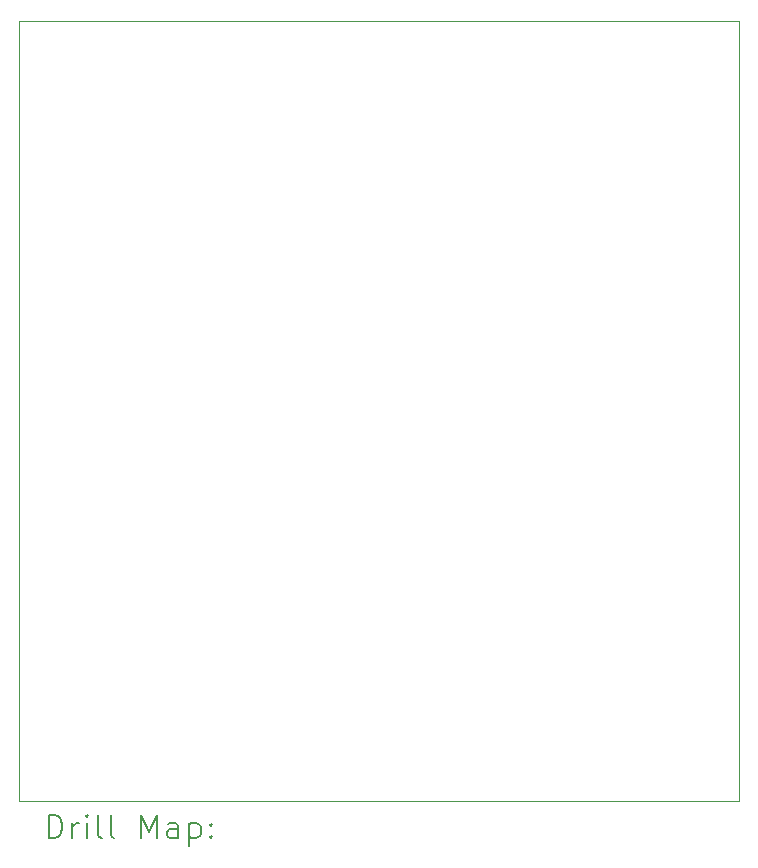
<source format=gbr>
%TF.GenerationSoftware,KiCad,Pcbnew,9.0.3*%
%TF.CreationDate,2025-07-11T07:37:28+02:00*%
%TF.ProjectId,fredo,66726564-6f2e-46b6-9963-61645f706362,rev?*%
%TF.SameCoordinates,Original*%
%TF.FileFunction,Drillmap*%
%TF.FilePolarity,Positive*%
%FSLAX45Y45*%
G04 Gerber Fmt 4.5, Leading zero omitted, Abs format (unit mm)*
G04 Created by KiCad (PCBNEW 9.0.3) date 2025-07-11 07:37:28*
%MOMM*%
%LPD*%
G01*
G04 APERTURE LIST*
%ADD10C,0.100000*%
%ADD11C,0.200000*%
G04 APERTURE END LIST*
D10*
X0Y0D02*
X6100000Y0D01*
X6100000Y-6600000D01*
X0Y-6600000D01*
X0Y0D01*
D11*
X255777Y-6916484D02*
X255777Y-6716484D01*
X255777Y-6716484D02*
X303396Y-6716484D01*
X303396Y-6716484D02*
X331967Y-6726008D01*
X331967Y-6726008D02*
X351015Y-6745055D01*
X351015Y-6745055D02*
X360539Y-6764103D01*
X360539Y-6764103D02*
X370062Y-6802198D01*
X370062Y-6802198D02*
X370062Y-6830769D01*
X370062Y-6830769D02*
X360539Y-6868865D01*
X360539Y-6868865D02*
X351015Y-6887912D01*
X351015Y-6887912D02*
X331967Y-6906960D01*
X331967Y-6906960D02*
X303396Y-6916484D01*
X303396Y-6916484D02*
X255777Y-6916484D01*
X455777Y-6916484D02*
X455777Y-6783150D01*
X455777Y-6821246D02*
X465301Y-6802198D01*
X465301Y-6802198D02*
X474824Y-6792674D01*
X474824Y-6792674D02*
X493872Y-6783150D01*
X493872Y-6783150D02*
X512920Y-6783150D01*
X579586Y-6916484D02*
X579586Y-6783150D01*
X579586Y-6716484D02*
X570063Y-6726008D01*
X570063Y-6726008D02*
X579586Y-6735531D01*
X579586Y-6735531D02*
X589110Y-6726008D01*
X589110Y-6726008D02*
X579586Y-6716484D01*
X579586Y-6716484D02*
X579586Y-6735531D01*
X703396Y-6916484D02*
X684348Y-6906960D01*
X684348Y-6906960D02*
X674824Y-6887912D01*
X674824Y-6887912D02*
X674824Y-6716484D01*
X808158Y-6916484D02*
X789110Y-6906960D01*
X789110Y-6906960D02*
X779586Y-6887912D01*
X779586Y-6887912D02*
X779586Y-6716484D01*
X1036729Y-6916484D02*
X1036729Y-6716484D01*
X1036729Y-6716484D02*
X1103396Y-6859341D01*
X1103396Y-6859341D02*
X1170063Y-6716484D01*
X1170063Y-6716484D02*
X1170063Y-6916484D01*
X1351015Y-6916484D02*
X1351015Y-6811722D01*
X1351015Y-6811722D02*
X1341491Y-6792674D01*
X1341491Y-6792674D02*
X1322444Y-6783150D01*
X1322444Y-6783150D02*
X1284348Y-6783150D01*
X1284348Y-6783150D02*
X1265301Y-6792674D01*
X1351015Y-6906960D02*
X1331967Y-6916484D01*
X1331967Y-6916484D02*
X1284348Y-6916484D01*
X1284348Y-6916484D02*
X1265301Y-6906960D01*
X1265301Y-6906960D02*
X1255777Y-6887912D01*
X1255777Y-6887912D02*
X1255777Y-6868865D01*
X1255777Y-6868865D02*
X1265301Y-6849817D01*
X1265301Y-6849817D02*
X1284348Y-6840293D01*
X1284348Y-6840293D02*
X1331967Y-6840293D01*
X1331967Y-6840293D02*
X1351015Y-6830769D01*
X1446253Y-6783150D02*
X1446253Y-6983150D01*
X1446253Y-6792674D02*
X1465301Y-6783150D01*
X1465301Y-6783150D02*
X1503396Y-6783150D01*
X1503396Y-6783150D02*
X1522443Y-6792674D01*
X1522443Y-6792674D02*
X1531967Y-6802198D01*
X1531967Y-6802198D02*
X1541491Y-6821246D01*
X1541491Y-6821246D02*
X1541491Y-6878388D01*
X1541491Y-6878388D02*
X1531967Y-6897436D01*
X1531967Y-6897436D02*
X1522443Y-6906960D01*
X1522443Y-6906960D02*
X1503396Y-6916484D01*
X1503396Y-6916484D02*
X1465301Y-6916484D01*
X1465301Y-6916484D02*
X1446253Y-6906960D01*
X1627205Y-6897436D02*
X1636729Y-6906960D01*
X1636729Y-6906960D02*
X1627205Y-6916484D01*
X1627205Y-6916484D02*
X1617682Y-6906960D01*
X1617682Y-6906960D02*
X1627205Y-6897436D01*
X1627205Y-6897436D02*
X1627205Y-6916484D01*
X1627205Y-6792674D02*
X1636729Y-6802198D01*
X1636729Y-6802198D02*
X1627205Y-6811722D01*
X1627205Y-6811722D02*
X1617682Y-6802198D01*
X1617682Y-6802198D02*
X1627205Y-6792674D01*
X1627205Y-6792674D02*
X1627205Y-6811722D01*
M02*

</source>
